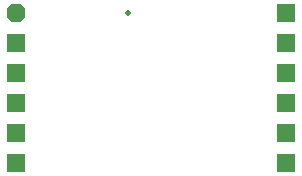
<source format=gbs>
G04 Layer_Color=16711935*
%FSLAX44Y44*%
%MOMM*%
G71*
G01*
G75*
%ADD28R,1.5000X1.5000*%
G04:AMPARAMS|DCode=29|XSize=1.5mm|YSize=1.5mm|CornerRadius=0mm|HoleSize=0mm|Usage=FLASHONLY|Rotation=180.000|XOffset=0mm|YOffset=0mm|HoleType=Round|Shape=Octagon|*
%AMOCTAGOND29*
4,1,8,-0.7500,0.3750,-0.7500,-0.3750,-0.3750,-0.7500,0.3750,-0.7500,0.7500,-0.3750,0.7500,0.3750,0.3750,0.7500,-0.3750,0.7500,-0.7500,0.3750,0.0*
%
%ADD29OCTAGOND29*%

%ADD30C,0.5000*%
D28*
X228600Y127000D02*
D03*
Y101600D02*
D03*
Y76200D02*
D03*
Y50800D02*
D03*
Y25400D02*
D03*
Y0D02*
D03*
X0D02*
D03*
Y25400D02*
D03*
Y50800D02*
D03*
Y76200D02*
D03*
Y101600D02*
D03*
D29*
Y127000D02*
D03*
D30*
X95000Y127250D02*
D03*
M02*

</source>
